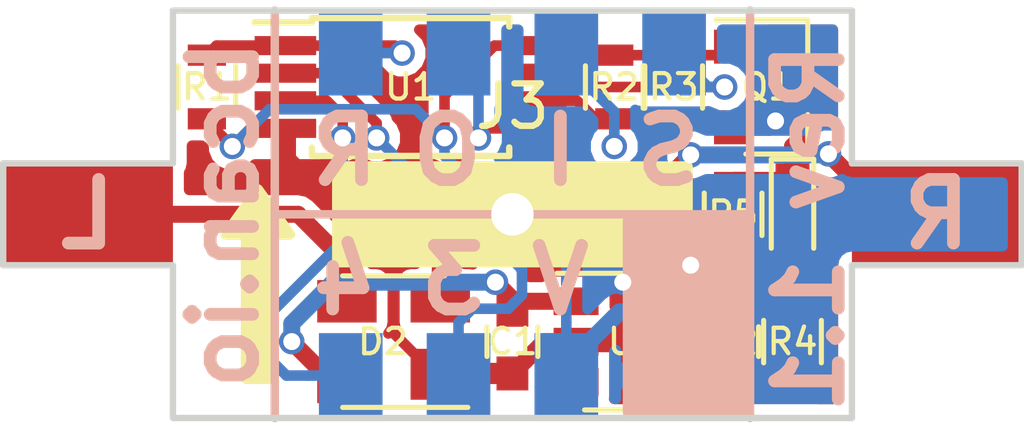
<source format=kicad_pcb>
(kicad_pcb (version 4) (host pcbnew 4.0.6)

  (general
    (links 30)
    (no_connects 0)
    (area 137.924999 100.124999 162.075001 109.875001)
    (thickness 0.8)
    (drawings 26)
    (tracks 146)
    (zones 0)
    (modules 15)
    (nets 17)
  )

  (page A4)
  (layers
    (0 F.Cu signal)
    (31 B.Cu signal)
    (32 B.Adhes user)
    (33 F.Adhes user)
    (34 B.Paste user)
    (35 F.Paste user)
    (36 B.SilkS user)
    (37 F.SilkS user)
    (38 B.Mask user)
    (39 F.Mask user)
    (40 Dwgs.User user)
    (41 Cmts.User user)
    (42 Eco1.User user)
    (43 Eco2.User user)
    (44 Edge.Cuts user)
    (45 Margin user)
    (46 B.CrtYd user)
    (47 F.CrtYd user)
    (48 B.Fab user hide)
    (49 F.Fab user hide)
  )

  (setup
    (last_trace_width 0.25)
    (trace_clearance 0.2)
    (zone_clearance 0.25)
    (zone_45_only yes)
    (trace_min 0.16)
    (segment_width 0.2)
    (edge_width 0.15)
    (via_size 0.6)
    (via_drill 0.4)
    (via_min_size 0.4)
    (via_min_drill 0.3)
    (uvia_size 0.3)
    (uvia_drill 0.1)
    (uvias_allowed no)
    (uvia_min_size 0.2)
    (uvia_min_drill 0.1)
    (pcb_text_width 0.3)
    (pcb_text_size 1.5 1.5)
    (mod_edge_width 0.15)
    (mod_text_size 1 1)
    (mod_text_width 0.15)
    (pad_size 3 2.4)
    (pad_drill 0)
    (pad_to_mask_clearance 0.2)
    (aux_axis_origin 0 0)
    (visible_elements FFFFFFFF)
    (pcbplotparams
      (layerselection 0x010f0_80000001)
      (usegerberextensions true)
      (excludeedgelayer true)
      (linewidth 0.100000)
      (plotframeref false)
      (viasonmask false)
      (mode 1)
      (useauxorigin false)
      (hpglpennumber 1)
      (hpglpenspeed 20)
      (hpglpendiameter 15)
      (hpglpenoverlay 2)
      (psnegative false)
      (psa4output false)
      (plotreference true)
      (plotvalue true)
      (plotinvisibletext false)
      (padsonsilk false)
      (subtractmaskfromsilk false)
      (outputformat 1)
      (mirror false)
      (drillshape 0)
      (scaleselection 1)
      (outputdirectory images))
  )

  (net 0 "")
  (net 1 GND)
  (net 2 +2V8)
  (net 3 "Net-(D1-Pad2)")
  (net 4 "Net-(D1-Pad1)")
  (net 5 "Net-(Q1-Pad1)")
  (net 6 /~RST)
  (net 7 /MISO)
  (net 8 /MOSI)
  (net 9 /SCK)
  (net 10 "Net-(U2-Pad3)")
  (net 11 "Net-(U2-Pad4)")
  (net 12 /PB3)
  (net 13 /PB4)
  (net 14 "Net-(C1-Pad1)")
  (net 15 "Net-(D2-Pad2)")
  (net 16 "Net-(D2-Pad3)")

  (net_class Default "This is the default net class."
    (clearance 0.2)
    (trace_width 0.25)
    (via_dia 0.6)
    (via_drill 0.4)
    (uvia_dia 0.3)
    (uvia_drill 0.1)
    (add_net +2V8)
    (add_net /MISO)
    (add_net /MOSI)
    (add_net /PB3)
    (add_net /PB4)
    (add_net /SCK)
    (add_net /~RST)
    (add_net "Net-(Q1-Pad1)")
    (add_net "Net-(U2-Pad3)")
    (add_net "Net-(U2-Pad4)")
  )

  (net_class Power ""
    (clearance 0.2)
    (trace_width 0.4)
    (via_dia 0.6)
    (via_drill 0.4)
    (uvia_dia 0.3)
    (uvia_drill 0.1)
    (add_net GND)
    (add_net "Net-(C1-Pad1)")
    (add_net "Net-(D1-Pad1)")
    (add_net "Net-(D1-Pad2)")
    (add_net "Net-(D2-Pad2)")
    (add_net "Net-(D2-Pad3)")
  )

  (net_class Tight ""
    (clearance 0.2)
    (trace_width 0.2)
    (via_dia 0.5)
    (via_drill 0.3)
    (uvia_dia 0.3)
    (uvia_drill 0.1)
  )

  (module Housings_SSOP:TSSOP-8_4.4x3mm_Pitch0.65mm (layer F.Cu) (tedit 58C5F0F1) (tstamp 58AB33C0)
    (at 147.6 102)
    (descr "8-Lead Plastic Thin Shrink Small Outline (ST)-4.4 mm Body [TSSOP] (see Microchip Packaging Specification 00000049BS.pdf)")
    (tags "SSOP 0.65")
    (path /58AB4E84)
    (attr smd)
    (fp_text reference U1 (at 0 0) (layer F.SilkS)
      (effects (font (size 0.6 0.6) (thickness 0.1)))
    )
    (fp_text value ATTINY45-20XUR (at 0 2.55) (layer F.Fab)
      (effects (font (size 1 1) (thickness 0.15)))
    )
    (fp_line (start -1.2 -1.5) (end 2.2 -1.5) (layer F.Fab) (width 0.15))
    (fp_line (start 2.2 -1.5) (end 2.2 1.5) (layer F.Fab) (width 0.15))
    (fp_line (start 2.2 1.5) (end -2.2 1.5) (layer F.Fab) (width 0.15))
    (fp_line (start -2.2 1.5) (end -2.2 -0.5) (layer F.Fab) (width 0.15))
    (fp_line (start -2.2 -0.5) (end -1.2 -1.5) (layer F.Fab) (width 0.15))
    (fp_line (start -3.95 -1.8) (end -3.95 1.8) (layer F.CrtYd) (width 0.05))
    (fp_line (start 3.95 -1.8) (end 3.95 1.8) (layer F.CrtYd) (width 0.05))
    (fp_line (start -3.95 -1.8) (end 3.95 -1.8) (layer F.CrtYd) (width 0.05))
    (fp_line (start -3.95 1.8) (end 3.95 1.8) (layer F.CrtYd) (width 0.05))
    (fp_line (start -2.325 -1.625) (end -2.325 -1.525) (layer F.SilkS) (width 0.15))
    (fp_line (start 2.325 -1.625) (end 2.325 -1.425) (layer F.SilkS) (width 0.15))
    (fp_line (start 2.325 1.625) (end 2.325 1.425) (layer F.SilkS) (width 0.15))
    (fp_line (start -2.325 1.625) (end -2.325 1.425) (layer F.SilkS) (width 0.15))
    (fp_line (start -2.325 -1.625) (end 2.325 -1.625) (layer F.SilkS) (width 0.15))
    (fp_line (start -2.325 1.625) (end 2.325 1.625) (layer F.SilkS) (width 0.15))
    (fp_line (start -2.325 -1.525) (end -3.675 -1.525) (layer F.SilkS) (width 0.15))
    (pad 1 smd rect (at -2.95 -0.975) (size 1.45 0.45) (layers F.Cu F.Paste F.Mask)
      (net 6 /~RST))
    (pad 2 smd rect (at -2.95 -0.325) (size 1.45 0.45) (layers F.Cu F.Paste F.Mask)
      (net 12 /PB3))
    (pad 3 smd rect (at -2.95 0.325) (size 1.45 0.45) (layers F.Cu F.Paste F.Mask)
      (net 13 /PB4))
    (pad 4 smd rect (at -2.95 0.975) (size 1.45 0.45) (layers F.Cu F.Paste F.Mask)
      (net 1 GND))
    (pad 5 smd rect (at 2.95 0.975) (size 1.45 0.45) (layers F.Cu F.Paste F.Mask)
      (net 8 /MOSI))
    (pad 6 smd rect (at 2.95 0.325) (size 1.45 0.45) (layers F.Cu F.Paste F.Mask)
      (net 7 /MISO))
    (pad 7 smd rect (at 2.95 -0.325) (size 1.45 0.45) (layers F.Cu F.Paste F.Mask)
      (net 9 /SCK))
    (pad 8 smd rect (at 2.95 -0.975) (size 1.45 0.45) (layers F.Cu F.Paste F.Mask)
      (net 2 +2V8))
    (model Housings_SSOP.3dshapes/TSSOP-8_4.4x3mm_Pitch0.65mm.wrl
      (at (xyz 0 0 0))
      (scale (xyz 1 1 1))
      (rotate (xyz 0 0 0))
    )
  )

  (module Resistors_SMD:R_0603 (layer F.Cu) (tedit 58C5EDE2) (tstamp 58C5DD79)
    (at 156.6 108 90)
    (descr "Resistor SMD 0603, reflow soldering, Vishay (see dcrcw.pdf)")
    (tags "resistor 0603")
    (path /5893E69D)
    (attr smd)
    (fp_text reference R4 (at 0 0 180) (layer F.SilkS)
      (effects (font (size 0.6 0.6) (thickness 0.1)))
    )
    (fp_text value 47 (at 0 1.5 90) (layer F.Fab)
      (effects (font (size 1 1) (thickness 0.15)))
    )
    (fp_text user %R (at 0 -1.45 90) (layer F.Fab)
      (effects (font (size 1 1) (thickness 0.15)))
    )
    (fp_line (start -0.8 0.4) (end -0.8 -0.4) (layer F.Fab) (width 0.1))
    (fp_line (start 0.8 0.4) (end -0.8 0.4) (layer F.Fab) (width 0.1))
    (fp_line (start 0.8 -0.4) (end 0.8 0.4) (layer F.Fab) (width 0.1))
    (fp_line (start -0.8 -0.4) (end 0.8 -0.4) (layer F.Fab) (width 0.1))
    (fp_line (start 0.5 0.68) (end -0.5 0.68) (layer F.SilkS) (width 0.12))
    (fp_line (start -0.5 -0.68) (end 0.5 -0.68) (layer F.SilkS) (width 0.12))
    (fp_line (start -1.25 -0.7) (end 1.25 -0.7) (layer F.CrtYd) (width 0.05))
    (fp_line (start -1.25 -0.7) (end -1.25 0.7) (layer F.CrtYd) (width 0.05))
    (fp_line (start 1.25 0.7) (end 1.25 -0.7) (layer F.CrtYd) (width 0.05))
    (fp_line (start 1.25 0.7) (end -1.25 0.7) (layer F.CrtYd) (width 0.05))
    (pad 1 smd rect (at -0.75 0 90) (size 0.5 0.9) (layers F.Cu F.Paste F.Mask)
      (net 2 +2V8))
    (pad 2 smd rect (at 0.75 0 90) (size 0.5 0.9) (layers F.Cu F.Paste F.Mask)
      (net 3 "Net-(D1-Pad2)"))
    (model Resistors_SMD.3dshapes/R_0603.wrl
      (at (xyz 0 0 0))
      (scale (xyz 1 1 1))
      (rotate (xyz 0 0 0))
    )
  )

  (module Capacitors_SMD:C_0603 (layer F.Cu) (tedit 58C5F026) (tstamp 58C5DD65)
    (at 155.2 108 270)
    (descr "Capacitor SMD 0603, reflow soldering, AVX (see smccp.pdf)")
    (tags "capacitor 0603")
    (path /58AB22F8)
    (attr smd)
    (fp_text reference C2 (at 0 0 540) (layer F.SilkS)
      (effects (font (size 0.6 0.6) (thickness 0.1)))
    )
    (fp_text value 22u (at 0 1.5 270) (layer F.Fab)
      (effects (font (size 1 1) (thickness 0.15)))
    )
    (fp_text user %R (at 0 -1.5 270) (layer F.Fab)
      (effects (font (size 1 1) (thickness 0.15)))
    )
    (fp_line (start -0.8 0.4) (end -0.8 -0.4) (layer F.Fab) (width 0.1))
    (fp_line (start 0.8 0.4) (end -0.8 0.4) (layer F.Fab) (width 0.1))
    (fp_line (start 0.8 -0.4) (end 0.8 0.4) (layer F.Fab) (width 0.1))
    (fp_line (start -0.8 -0.4) (end 0.8 -0.4) (layer F.Fab) (width 0.1))
    (fp_line (start -0.35 -0.6) (end 0.35 -0.6) (layer F.SilkS) (width 0.12))
    (fp_line (start 0.35 0.6) (end -0.35 0.6) (layer F.SilkS) (width 0.12))
    (fp_line (start -1.4 -0.65) (end 1.4 -0.65) (layer F.CrtYd) (width 0.05))
    (fp_line (start -1.4 -0.65) (end -1.4 0.65) (layer F.CrtYd) (width 0.05))
    (fp_line (start 1.4 0.65) (end 1.4 -0.65) (layer F.CrtYd) (width 0.05))
    (fp_line (start 1.4 0.65) (end -1.4 0.65) (layer F.CrtYd) (width 0.05))
    (pad 1 smd rect (at -0.75 0 270) (size 0.8 0.75) (layers F.Cu F.Paste F.Mask)
      (net 2 +2V8))
    (pad 2 smd rect (at 0.75 0 270) (size 0.8 0.75) (layers F.Cu F.Paste F.Mask)
      (net 1 GND))
    (model Capacitors_SMD.3dshapes/C_0603.wrl
      (at (xyz 0 0 0))
      (scale (xyz 1 1 1))
      (rotate (xyz 0 0 0))
    )
  )

  (module Resistors_SMD:R_0603 (layer F.Cu) (tedit 58C5EDDA) (tstamp 58C5DD7E)
    (at 155.2 105 90)
    (descr "Resistor SMD 0603, reflow soldering, Vishay (see dcrcw.pdf)")
    (tags "resistor 0603")
    (path /5893E362)
    (attr smd)
    (fp_text reference R5 (at 0 0 180) (layer F.SilkS)
      (effects (font (size 0.6 0.6) (thickness 0.1)))
    )
    (fp_text value R (at 0 1.5 90) (layer F.Fab)
      (effects (font (size 1 1) (thickness 0.15)))
    )
    (fp_text user %R (at 0 -1.45 90) (layer F.Fab)
      (effects (font (size 1 1) (thickness 0.15)))
    )
    (fp_line (start -0.8 0.4) (end -0.8 -0.4) (layer F.Fab) (width 0.1))
    (fp_line (start 0.8 0.4) (end -0.8 0.4) (layer F.Fab) (width 0.1))
    (fp_line (start 0.8 -0.4) (end 0.8 0.4) (layer F.Fab) (width 0.1))
    (fp_line (start -0.8 -0.4) (end 0.8 -0.4) (layer F.Fab) (width 0.1))
    (fp_line (start 0.5 0.68) (end -0.5 0.68) (layer F.SilkS) (width 0.12))
    (fp_line (start -0.5 -0.68) (end 0.5 -0.68) (layer F.SilkS) (width 0.12))
    (fp_line (start -1.25 -0.7) (end 1.25 -0.7) (layer F.CrtYd) (width 0.05))
    (fp_line (start -1.25 -0.7) (end -1.25 0.7) (layer F.CrtYd) (width 0.05))
    (fp_line (start 1.25 0.7) (end 1.25 -0.7) (layer F.CrtYd) (width 0.05))
    (fp_line (start 1.25 0.7) (end -1.25 0.7) (layer F.CrtYd) (width 0.05))
    (pad 1 smd rect (at -0.75 0 90) (size 0.5 0.9) (layers F.Cu F.Paste F.Mask)
      (net 3 "Net-(D1-Pad2)"))
    (pad 2 smd rect (at 0.75 0 90) (size 0.5 0.9) (layers F.Cu F.Paste F.Mask)
      (net 4 "Net-(D1-Pad1)"))
    (model Resistors_SMD.3dshapes/R_0603.wrl
      (at (xyz 0 0 0))
      (scale (xyz 1 1 1))
      (rotate (xyz 0 0 0))
    )
  )

  (module LEDs:LED_0603 (layer F.Cu) (tedit 58CB11E2) (tstamp 58AB3387)
    (at 156.6 105 270)
    (descr "LED 0603 smd package")
    (tags "LED led 0603 SMD smd SMT smt smdled SMDLED smtled SMTLED")
    (path /588C319B)
    (attr smd)
    (fp_text reference D1 (at 0 0 360) (layer F.SilkS) hide
      (effects (font (size 0.6 0.6) (thickness 0.1)))
    )
    (fp_text value IR (at 0 1.35 270) (layer F.Fab)
      (effects (font (size 1 1) (thickness 0.15)))
    )
    (fp_line (start -1.3 -0.5) (end -1.3 0.5) (layer F.SilkS) (width 0.12))
    (fp_line (start -0.2 -0.2) (end -0.2 0.2) (layer F.Fab) (width 0.1))
    (fp_line (start -0.15 0) (end 0.15 -0.2) (layer F.Fab) (width 0.1))
    (fp_line (start 0.15 0.2) (end -0.15 0) (layer F.Fab) (width 0.1))
    (fp_line (start 0.15 -0.2) (end 0.15 0.2) (layer F.Fab) (width 0.1))
    (fp_line (start 0.8 0.4) (end -0.8 0.4) (layer F.Fab) (width 0.1))
    (fp_line (start 0.8 -0.4) (end 0.8 0.4) (layer F.Fab) (width 0.1))
    (fp_line (start -0.8 -0.4) (end 0.8 -0.4) (layer F.Fab) (width 0.1))
    (fp_line (start -0.8 0.4) (end -0.8 -0.4) (layer F.Fab) (width 0.1))
    (fp_line (start -1.3 0.5) (end 0.8 0.5) (layer F.SilkS) (width 0.12))
    (fp_line (start -1.3 -0.5) (end 0.8 -0.5) (layer F.SilkS) (width 0.12))
    (fp_line (start 1.45 -0.65) (end 1.45 0.65) (layer F.CrtYd) (width 0.05))
    (fp_line (start 1.45 0.65) (end -1.45 0.65) (layer F.CrtYd) (width 0.05))
    (fp_line (start -1.45 0.65) (end -1.45 -0.65) (layer F.CrtYd) (width 0.05))
    (fp_line (start -1.45 -0.65) (end 1.45 -0.65) (layer F.CrtYd) (width 0.05))
    (pad 2 smd rect (at 0.8 0 90) (size 0.8 0.8) (layers F.Cu F.Paste F.Mask)
      (net 3 "Net-(D1-Pad2)"))
    (pad 1 smd rect (at -0.8 0 90) (size 0.8 0.8) (layers F.Cu F.Paste F.Mask)
      (net 4 "Net-(D1-Pad1)"))
    (model LEDs.3dshapes/LED_0603.wrl
      (at (xyz 0 0 0))
      (scale (xyz 1 1 1))
      (rotate (xyz 0 0 180))
    )
  )

  (module TO_SOT_Packages_SMD:SOT-143 (layer F.Cu) (tedit 58C5E6EC) (tstamp 58AB338F)
    (at 147.2 108 180)
    (descr SOT-143)
    (tags SOT-143)
    (path /58916D19)
    (attr smd)
    (fp_text reference D2 (at 0.25 0 180) (layer F.SilkS)
      (effects (font (size 0.6 0.6) (thickness 0.1)))
    )
    (fp_text value Rectifier (at -0.28 2.48 180) (layer F.Fab)
      (effects (font (size 1 1) (thickness 0.15)))
    )
    (fp_line (start -1.2 1.55) (end 1.2 1.55) (layer F.SilkS) (width 0.12))
    (fp_line (start 1.2 -1.55) (end -1.75 -1.55) (layer F.SilkS) (width 0.12))
    (fp_line (start -1.2 -1) (end -0.7 -1.5) (layer F.Fab) (width 0.1))
    (fp_line (start -0.7 -1.5) (end 1.2 -1.5) (layer F.Fab) (width 0.1))
    (fp_line (start -1.2 1.5) (end -1.2 -1) (layer F.Fab) (width 0.1))
    (fp_line (start 1.2 1.5) (end -1.2 1.5) (layer F.Fab) (width 0.1))
    (fp_line (start 1.2 -1.5) (end 1.2 1.5) (layer F.Fab) (width 0.1))
    (fp_line (start 2.05 -1.75) (end 2.05 1.75) (layer F.CrtYd) (width 0.05))
    (fp_line (start 2.05 -1.75) (end -2.05 -1.75) (layer F.CrtYd) (width 0.05))
    (fp_line (start -2.05 1.75) (end 2.05 1.75) (layer F.CrtYd) (width 0.05))
    (fp_line (start -2.05 1.75) (end -2.05 -1.75) (layer F.CrtYd) (width 0.05))
    (pad 1 smd rect (at -1.1 -0.77 90) (size 1.2 1.4) (layers F.Cu F.Paste F.Mask)
      (net 1 GND))
    (pad 2 smd rect (at -1.1 0.95 90) (size 1 1.4) (layers F.Cu F.Paste F.Mask)
      (net 15 "Net-(D2-Pad2)"))
    (pad 3 smd rect (at 1.1 0.95 90) (size 1 1.4) (layers F.Cu F.Paste F.Mask)
      (net 16 "Net-(D2-Pad3)"))
    (pad 4 smd rect (at 1.1 -0.95 90) (size 1 1.4) (layers F.Cu F.Paste F.Mask)
      (net 14 "Net-(C1-Pad1)"))
    (model TO_SOT_Packages_SMD.3dshapes/SOT-143.wrl
      (at (xyz 0 -0 0))
      (scale (xyz 1 1 1))
      (rotate (xyz 0 0 90))
    )
  )

  (module TO_SOT_Packages_SMD:SOT-23 (layer F.Cu) (tedit 58C5EDAD) (tstamp 58AB3396)
    (at 156.2 102)
    (descr "SOT-23, Standard")
    (tags SOT-23)
    (path /589435EC)
    (attr smd)
    (fp_text reference Q1 (at -0.2 0 180) (layer F.SilkS)
      (effects (font (size 0.6 0.6) (thickness 0.1)))
    )
    (fp_text value Q_NMOS_GSD (at 0 2.5) (layer F.Fab)
      (effects (font (size 1 1) (thickness 0.15)))
    )
    (fp_line (start -0.7 -0.95) (end -0.7 1.5) (layer F.Fab) (width 0.1))
    (fp_line (start -0.15 -1.52) (end 0.7 -1.52) (layer F.Fab) (width 0.1))
    (fp_line (start -0.7 -0.95) (end -0.15 -1.52) (layer F.Fab) (width 0.1))
    (fp_line (start 0.7 -1.52) (end 0.7 1.52) (layer F.Fab) (width 0.1))
    (fp_line (start -0.7 1.52) (end 0.7 1.52) (layer F.Fab) (width 0.1))
    (fp_line (start 0.76 1.58) (end 0.76 0.65) (layer F.SilkS) (width 0.12))
    (fp_line (start 0.76 -1.58) (end 0.76 -0.65) (layer F.SilkS) (width 0.12))
    (fp_line (start -1.7 -1.75) (end 1.7 -1.75) (layer F.CrtYd) (width 0.05))
    (fp_line (start 1.7 -1.75) (end 1.7 1.75) (layer F.CrtYd) (width 0.05))
    (fp_line (start 1.7 1.75) (end -1.7 1.75) (layer F.CrtYd) (width 0.05))
    (fp_line (start -1.7 1.75) (end -1.7 -1.75) (layer F.CrtYd) (width 0.05))
    (fp_line (start 0.76 -1.58) (end -1.4 -1.58) (layer F.SilkS) (width 0.12))
    (fp_line (start 0.76 1.58) (end -0.7 1.58) (layer F.SilkS) (width 0.12))
    (pad 1 smd rect (at -1 -0.95) (size 0.9 0.8) (layers F.Cu F.Paste F.Mask)
      (net 5 "Net-(Q1-Pad1)"))
    (pad 2 smd rect (at -1 0.95) (size 0.9 0.8) (layers F.Cu F.Paste F.Mask)
      (net 1 GND))
    (pad 3 smd rect (at 1 0) (size 0.9 0.8) (layers F.Cu F.Paste F.Mask)
      (net 4 "Net-(D1-Pad1)"))
    (model TO_SOT_Packages_SMD.3dshapes/SOT-23.wrl
      (at (xyz 0 0 0))
      (scale (xyz 1 1 1))
      (rotate (xyz 0 0 90))
    )
  )

  (module TO_SOT_Packages_SMD:SOT-23-5 (layer F.Cu) (tedit 58C5E67A) (tstamp 58AB33C9)
    (at 152.6 108)
    (descr "5-pin SOT23 package")
    (tags SOT-23-5)
    (path /58AB0B0D)
    (attr smd)
    (fp_text reference U2 (at 0.25 0) (layer F.SilkS)
      (effects (font (size 0.6 0.6) (thickness 0.1)))
    )
    (fp_text value TPS70928DBV (at 0 2.9) (layer F.Fab)
      (effects (font (size 1 1) (thickness 0.15)))
    )
    (fp_line (start -0.9 1.61) (end 0.9 1.61) (layer F.SilkS) (width 0.12))
    (fp_line (start 0.9 -1.61) (end -1.55 -1.61) (layer F.SilkS) (width 0.12))
    (fp_line (start -1.9 -1.8) (end 1.9 -1.8) (layer F.CrtYd) (width 0.05))
    (fp_line (start 1.9 -1.8) (end 1.9 1.8) (layer F.CrtYd) (width 0.05))
    (fp_line (start 1.9 1.8) (end -1.9 1.8) (layer F.CrtYd) (width 0.05))
    (fp_line (start -1.9 1.8) (end -1.9 -1.8) (layer F.CrtYd) (width 0.05))
    (fp_line (start -0.9 -0.9) (end -0.25 -1.55) (layer F.Fab) (width 0.1))
    (fp_line (start 0.9 -1.55) (end -0.25 -1.55) (layer F.Fab) (width 0.1))
    (fp_line (start -0.9 -0.9) (end -0.9 1.55) (layer F.Fab) (width 0.1))
    (fp_line (start 0.9 1.55) (end -0.9 1.55) (layer F.Fab) (width 0.1))
    (fp_line (start 0.9 -1.55) (end 0.9 1.55) (layer F.Fab) (width 0.1))
    (pad 1 smd rect (at -1.1 -0.95) (size 1.06 0.65) (layers F.Cu F.Paste F.Mask)
      (net 14 "Net-(C1-Pad1)"))
    (pad 2 smd rect (at -1.1 0) (size 1.06 0.65) (layers F.Cu F.Paste F.Mask)
      (net 1 GND))
    (pad 3 smd rect (at -1.1 0.95) (size 1.06 0.65) (layers F.Cu F.Paste F.Mask)
      (net 10 "Net-(U2-Pad3)"))
    (pad 4 smd rect (at 1.1 0.95) (size 1.06 0.65) (layers F.Cu F.Paste F.Mask)
      (net 11 "Net-(U2-Pad4)"))
    (pad 5 smd rect (at 1.1 -0.95) (size 1.06 0.65) (layers F.Cu F.Paste F.Mask)
      (net 2 +2V8))
    (model TO_SOT_Packages_SMD.3dshapes/SOT-23-5.wrl
      (at (xyz 0 0 0))
      (scale (xyz 1 1 1))
      (rotate (xyz 0 0 0))
    )
  )

  (module Capacitors_SMD:C_0603 (layer F.Cu) (tedit 58C5F03D) (tstamp 58C5DD60)
    (at 150 108 270)
    (descr "Capacitor SMD 0603, reflow soldering, AVX (see smccp.pdf)")
    (tags "capacitor 0603")
    (path /5893B026)
    (attr smd)
    (fp_text reference C1 (at 0 0 540) (layer F.SilkS)
      (effects (font (size 0.6 0.6) (thickness 0.1)))
    )
    (fp_text value 1u (at 0 1.5 270) (layer F.Fab)
      (effects (font (size 1 1) (thickness 0.15)))
    )
    (fp_text user %R (at 0 -1.5 270) (layer F.Fab)
      (effects (font (size 1 1) (thickness 0.15)))
    )
    (fp_line (start -0.8 0.4) (end -0.8 -0.4) (layer F.Fab) (width 0.1))
    (fp_line (start 0.8 0.4) (end -0.8 0.4) (layer F.Fab) (width 0.1))
    (fp_line (start 0.8 -0.4) (end 0.8 0.4) (layer F.Fab) (width 0.1))
    (fp_line (start -0.8 -0.4) (end 0.8 -0.4) (layer F.Fab) (width 0.1))
    (fp_line (start -0.35 -0.6) (end 0.35 -0.6) (layer F.SilkS) (width 0.12))
    (fp_line (start 0.35 0.6) (end -0.35 0.6) (layer F.SilkS) (width 0.12))
    (fp_line (start -1.4 -0.65) (end 1.4 -0.65) (layer F.CrtYd) (width 0.05))
    (fp_line (start -1.4 -0.65) (end -1.4 0.65) (layer F.CrtYd) (width 0.05))
    (fp_line (start 1.4 0.65) (end 1.4 -0.65) (layer F.CrtYd) (width 0.05))
    (fp_line (start 1.4 0.65) (end -1.4 0.65) (layer F.CrtYd) (width 0.05))
    (pad 1 smd rect (at -0.75 0 270) (size 0.8 0.75) (layers F.Cu F.Paste F.Mask)
      (net 14 "Net-(C1-Pad1)"))
    (pad 2 smd rect (at 0.75 0 270) (size 0.8 0.75) (layers F.Cu F.Paste F.Mask)
      (net 1 GND))
    (model Capacitors_SMD.3dshapes/C_0603.wrl
      (at (xyz 0 0 0))
      (scale (xyz 1 1 1))
      (rotate (xyz 0 0 0))
    )
  )

  (module Resistors_SMD:R_0603 (layer F.Cu) (tedit 58C5EEAF) (tstamp 58C5DD6A)
    (at 142.8 102 90)
    (descr "Resistor SMD 0603, reflow soldering, Vishay (see dcrcw.pdf)")
    (tags "resistor 0603")
    (path /589439F2)
    (attr smd)
    (fp_text reference R1 (at 0 0 360) (layer F.SilkS)
      (effects (font (size 0.6 0.6) (thickness 0.1)))
    )
    (fp_text value 10k (at 0 1.5 90) (layer F.Fab)
      (effects (font (size 1 1) (thickness 0.15)))
    )
    (fp_text user %R (at 0 -1.45 90) (layer F.Fab)
      (effects (font (size 1 1) (thickness 0.15)))
    )
    (fp_line (start -0.8 0.4) (end -0.8 -0.4) (layer F.Fab) (width 0.1))
    (fp_line (start 0.8 0.4) (end -0.8 0.4) (layer F.Fab) (width 0.1))
    (fp_line (start 0.8 -0.4) (end 0.8 0.4) (layer F.Fab) (width 0.1))
    (fp_line (start -0.8 -0.4) (end 0.8 -0.4) (layer F.Fab) (width 0.1))
    (fp_line (start 0.5 0.68) (end -0.5 0.68) (layer F.SilkS) (width 0.12))
    (fp_line (start -0.5 -0.68) (end 0.5 -0.68) (layer F.SilkS) (width 0.12))
    (fp_line (start -1.25 -0.7) (end 1.25 -0.7) (layer F.CrtYd) (width 0.05))
    (fp_line (start -1.25 -0.7) (end -1.25 0.7) (layer F.CrtYd) (width 0.05))
    (fp_line (start 1.25 0.7) (end 1.25 -0.7) (layer F.CrtYd) (width 0.05))
    (fp_line (start 1.25 0.7) (end -1.25 0.7) (layer F.CrtYd) (width 0.05))
    (pad 1 smd rect (at -0.75 0 90) (size 0.5 0.9) (layers F.Cu F.Paste F.Mask)
      (net 2 +2V8))
    (pad 2 smd rect (at 0.75 0 90) (size 0.5 0.9) (layers F.Cu F.Paste F.Mask)
      (net 6 /~RST))
    (model Resistors_SMD.3dshapes/R_0603.wrl
      (at (xyz 0 0 0))
      (scale (xyz 1 1 1))
      (rotate (xyz 0 0 0))
    )
  )

  (module Resistors_SMD:R_0603 (layer F.Cu) (tedit 58C5EE36) (tstamp 58C5DD6F)
    (at 152.4 102 90)
    (descr "Resistor SMD 0603, reflow soldering, Vishay (see dcrcw.pdf)")
    (tags "resistor 0603")
    (path /5893DB94)
    (attr smd)
    (fp_text reference R2 (at 0 0 180) (layer F.SilkS)
      (effects (font (size 0.6 0.6) (thickness 0.1)))
    )
    (fp_text value 100 (at 0 1.5 90) (layer F.Fab)
      (effects (font (size 1 1) (thickness 0.15)))
    )
    (fp_text user %R (at 0 -1.45 90) (layer F.Fab)
      (effects (font (size 1 1) (thickness 0.15)))
    )
    (fp_line (start -0.8 0.4) (end -0.8 -0.4) (layer F.Fab) (width 0.1))
    (fp_line (start 0.8 0.4) (end -0.8 0.4) (layer F.Fab) (width 0.1))
    (fp_line (start 0.8 -0.4) (end 0.8 0.4) (layer F.Fab) (width 0.1))
    (fp_line (start -0.8 -0.4) (end 0.8 -0.4) (layer F.Fab) (width 0.1))
    (fp_line (start 0.5 0.68) (end -0.5 0.68) (layer F.SilkS) (width 0.12))
    (fp_line (start -0.5 -0.68) (end 0.5 -0.68) (layer F.SilkS) (width 0.12))
    (fp_line (start -1.25 -0.7) (end 1.25 -0.7) (layer F.CrtYd) (width 0.05))
    (fp_line (start -1.25 -0.7) (end -1.25 0.7) (layer F.CrtYd) (width 0.05))
    (fp_line (start 1.25 0.7) (end 1.25 -0.7) (layer F.CrtYd) (width 0.05))
    (fp_line (start 1.25 0.7) (end -1.25 0.7) (layer F.CrtYd) (width 0.05))
    (pad 1 smd rect (at -0.75 0 90) (size 0.5 0.9) (layers F.Cu F.Paste F.Mask)
      (net 7 /MISO))
    (pad 2 smd rect (at 0.75 0 90) (size 0.5 0.9) (layers F.Cu F.Paste F.Mask)
      (net 5 "Net-(Q1-Pad1)"))
    (model Resistors_SMD.3dshapes/R_0603.wrl
      (at (xyz 0 0 0))
      (scale (xyz 1 1 1))
      (rotate (xyz 0 0 0))
    )
  )

  (module Resistors_SMD:R_0603 (layer F.Cu) (tedit 58C5EE3C) (tstamp 58C5DD74)
    (at 153.8 102 270)
    (descr "Resistor SMD 0603, reflow soldering, Vishay (see dcrcw.pdf)")
    (tags "resistor 0603")
    (path /58AA1AD8)
    (attr smd)
    (fp_text reference R3 (at 0 0 360) (layer F.SilkS)
      (effects (font (size 0.6 0.6) (thickness 0.1)))
    )
    (fp_text value 10k (at 0 1.5 270) (layer F.Fab)
      (effects (font (size 1 1) (thickness 0.15)))
    )
    (fp_text user %R (at 0 -1.45 270) (layer F.Fab)
      (effects (font (size 1 1) (thickness 0.15)))
    )
    (fp_line (start -0.8 0.4) (end -0.8 -0.4) (layer F.Fab) (width 0.1))
    (fp_line (start 0.8 0.4) (end -0.8 0.4) (layer F.Fab) (width 0.1))
    (fp_line (start 0.8 -0.4) (end 0.8 0.4) (layer F.Fab) (width 0.1))
    (fp_line (start -0.8 -0.4) (end 0.8 -0.4) (layer F.Fab) (width 0.1))
    (fp_line (start 0.5 0.68) (end -0.5 0.68) (layer F.SilkS) (width 0.12))
    (fp_line (start -0.5 -0.68) (end 0.5 -0.68) (layer F.SilkS) (width 0.12))
    (fp_line (start -1.25 -0.7) (end 1.25 -0.7) (layer F.CrtYd) (width 0.05))
    (fp_line (start -1.25 -0.7) (end -1.25 0.7) (layer F.CrtYd) (width 0.05))
    (fp_line (start 1.25 0.7) (end 1.25 -0.7) (layer F.CrtYd) (width 0.05))
    (fp_line (start 1.25 0.7) (end -1.25 0.7) (layer F.CrtYd) (width 0.05))
    (pad 1 smd rect (at -0.75 0 270) (size 0.5 0.9) (layers F.Cu F.Paste F.Mask)
      (net 5 "Net-(Q1-Pad1)"))
    (pad 2 smd rect (at 0.75 0 270) (size 0.5 0.9) (layers F.Cu F.Paste F.Mask)
      (net 1 GND))
    (model Resistors_SMD.3dshapes/R_0603.wrl
      (at (xyz 0 0 0))
      (scale (xyz 1 1 1))
      (rotate (xyz 0 0 0))
    )
  )

  (module bcan:Edge_Connector_1x04_Pitch2.54mm_SMD (layer B.Cu) (tedit 58CB2CF4) (tstamp 58CB2934)
    (at 150 100.2 90)
    (path /58CB22C8)
    (fp_text reference J1 (at -1 5.5 90) (layer B.SilkS) hide
      (effects (font (size 1 1) (thickness 0.15)) (justify mirror))
    )
    (fp_text value CONN_01X04 (at -1 -5.5 90) (layer B.Fab)
      (effects (font (size 1 1) (thickness 0.15)) (justify mirror))
    )
    (pad 1 smd rect (at -1 3.81 90) (size 2 1.5) (layers B.Cu B.Mask)
      (net 9 /SCK))
    (pad 2 smd rect (at -1 1.27 90) (size 2 1.5) (layers B.Cu B.Mask)
      (net 7 /MISO))
    (pad 3 smd rect (at -1 -1.27 90) (size 2 1.5) (layers B.Cu B.Mask)
      (net 8 /MOSI))
    (pad 4 smd rect (at -1 -3.81 90) (size 2 1.5) (layers B.Cu B.Mask)
      (net 6 /~RST))
  )

  (module bcan:Edge_Connector_1x04_Pitch2.54mm_SMD (layer B.Cu) (tedit 58CB2CF8) (tstamp 58CB293C)
    (at 150 109.8 270)
    (path /58CB236F)
    (fp_text reference J2 (at -1 5.5 270) (layer B.SilkS) hide
      (effects (font (size 1 1) (thickness 0.15)) (justify mirror))
    )
    (fp_text value CONN_01X04 (at -1 -5.5 270) (layer B.Fab)
      (effects (font (size 1 1) (thickness 0.15)) (justify mirror))
    )
    (pad 1 smd rect (at -1 3.81 270) (size 2 1.5) (layers B.Cu B.Mask)
      (net 13 /PB4))
    (pad 2 smd rect (at -1 1.27 270) (size 2 1.5) (layers B.Cu B.Mask)
      (net 12 /PB3))
    (pad 3 smd rect (at -1 -1.27 270) (size 2 1.5) (layers B.Cu B.Mask)
      (net 2 +2V8))
    (pad 4 smd rect (at -1 -3.81 270) (size 2 1.5) (layers B.Cu B.Mask)
      (net 1 GND))
  )

  (module bcan:HO_Rail_2_Length2.4mm_Width4mm (layer F.Cu) (tedit 58CB8396) (tstamp 58CB8450)
    (at 150 105)
    (path /58C5B8EB)
    (fp_text reference J3 (at 0 -2.54) (layer F.SilkS)
      (effects (font (size 1 1) (thickness 0.15)))
    )
    (fp_text value Rails (at 0 2.54) (layer F.Fab)
      (effects (font (size 1 1) (thickness 0.15)))
    )
    (pad 1 smd rect (at -10 0) (size 4 2.4) (layers F.Cu F.Mask)
      (net 16 "Net-(D2-Pad3)"))
    (pad 2 smd rect (at 10 0) (size 4 2.4) (layers F.Cu F.Mask)
      (net 15 "Net-(D2-Pad2)"))
    (pad "" np_thru_hole circle (at 0 0) (size 1 1) (drill 1) (layers *.Cu *.Mask))
  )

  (gr_text bcan.io (at 143.2 105 90) (layer B.SilkS)
    (effects (font (size 1.5 1.5) (thickness 0.3)) (justify mirror))
  )
  (gr_line (start 144.4 109.8) (end 144.4 100.2) (layer B.SilkS) (width 0.2))
  (gr_line (start 155.6 105) (end 144.4 105) (layer B.SilkS) (width 0.2))
  (gr_line (start 155.6 100.2) (end 155.6 109.8) (layer B.SilkS) (width 0.2))
  (gr_text R (at 160 105) (layer B.SilkS)
    (effects (font (size 1.5 1.5) (thickness 0.3)) (justify mirror))
  )
  (gr_text L (at 140 105) (layer B.SilkS)
    (effects (font (size 1.5 1.5) (thickness 0.3)) (justify mirror))
  )
  (gr_text "Rev 1.1" (at 157 100.8 90) (layer B.SilkS)
    (effects (font (size 1.5 1.5) (thickness 0.3)) (justify left mirror))
  )
  (gr_text R (at 146.05 103.505) (layer B.SilkS)
    (effects (font (size 1.5 1.5) (thickness 0.3)) (justify mirror))
  )
  (gr_text O (at 148.463 103.505) (layer B.SilkS)
    (effects (font (size 1.5 1.5) (thickness 0.3)) (justify mirror))
  )
  (gr_text I (at 151.13 103.505) (layer B.SilkS)
    (effects (font (size 1.5 1.5) (thickness 0.3)) (justify mirror))
  )
  (gr_text S (at 153.67 103.505) (layer B.SilkS)
    (effects (font (size 1.5 1.5) (thickness 0.3)) (justify mirror))
  )
  (gr_text V (at 151.13 106.553) (layer B.SilkS)
    (effects (font (size 1.5 1.5) (thickness 0.3)) (justify mirror))
  )
  (gr_text 4 (at 146.05 106.553) (layer B.SilkS)
    (effects (font (size 1.5 1.5) (thickness 0.3)) (justify mirror))
  )
  (gr_text 3 (at 148.59 106.553) (layer B.SilkS)
    (effects (font (size 1.5 1.5) (thickness 0.3)) (justify mirror))
  )
  (gr_line (start 142 103.8) (end 142 100.2) (layer Edge.Cuts) (width 0.15))
  (gr_line (start 138 103.8) (end 142 103.8) (layer Edge.Cuts) (width 0.15))
  (gr_line (start 138 106.2) (end 138 103.8) (layer Edge.Cuts) (width 0.15))
  (gr_line (start 142 106.2) (end 138 106.2) (layer Edge.Cuts) (width 0.15))
  (gr_line (start 142 109.8) (end 142 106.2) (layer Edge.Cuts) (width 0.15))
  (gr_line (start 158 106.2) (end 158 109.8) (layer Edge.Cuts) (width 0.15))
  (gr_line (start 162 106.2) (end 158 106.2) (layer Edge.Cuts) (width 0.15))
  (gr_line (start 162 103.8) (end 162 106.2) (layer Edge.Cuts) (width 0.15))
  (gr_line (start 158 103.8) (end 162 103.8) (layer Edge.Cuts) (width 0.15))
  (gr_line (start 158 100.2) (end 158 103.8) (layer Edge.Cuts) (width 0.15))
  (gr_line (start 158 109.8) (end 142 109.8) (layer Edge.Cuts) (width 0.15))
  (gr_line (start 142 100.2) (end 158 100.2) (layer Edge.Cuts) (width 0.15))

  (segment (start 152.6 106.6) (end 152.6 105.4) (width 0.4) (layer B.Cu) (net 1))
  (segment (start 152.6 105.4) (end 152.6 104.2) (width 0.4) (layer B.Cu) (net 1))
  (segment (start 153.81 108.8) (end 153.81 108.55) (width 0.4) (layer B.Cu) (net 1))
  (segment (start 153.81 108.55) (end 154.900019 107.459981) (width 0.4) (layer B.Cu) (net 1))
  (segment (start 154.900019 107.459981) (end 154.900019 105.863999) (width 0.4) (layer B.Cu) (net 1))
  (segment (start 154.900019 105.863999) (end 154.43602 105.4) (width 0.4) (layer B.Cu) (net 1))
  (segment (start 154.43602 105.4) (end 152.6 105.4) (width 0.4) (layer B.Cu) (net 1))
  (segment (start 144.65 102.975) (end 144.65 103.814998) (width 0.25) (layer F.Cu) (net 1))
  (segment (start 144.65 103.814998) (end 147.2 106.364998) (width 0.25) (layer F.Cu) (net 1))
  (segment (start 147.2 106.364998) (end 147.2 107.8) (width 0.25) (layer F.Cu) (net 1))
  (segment (start 148.3 108.77) (end 148.17 108.77) (width 0.25) (layer F.Cu) (net 1))
  (segment (start 148.17 108.77) (end 147.2 107.8) (width 0.25) (layer F.Cu) (net 1))
  (segment (start 156.2 102.8) (end 154 102.8) (width 0.4) (layer B.Cu) (net 1))
  (segment (start 154 102.8) (end 152.6 104.2) (width 0.4) (layer B.Cu) (net 1))
  (segment (start 155.2 102.95) (end 156.05 102.95) (width 0.4) (layer F.Cu) (net 1))
  (via (at 156.2 102.8) (size 0.6) (drill 0.4) (layers F.Cu B.Cu) (net 1))
  (segment (start 156.05 102.95) (end 156.2 102.8) (width 0.4) (layer F.Cu) (net 1))
  (segment (start 155.2 102.95) (end 155.25 102.95) (width 0.4) (layer F.Cu) (net 1))
  (segment (start 152.6 108) (end 152.6 106.6) (width 0.4) (layer F.Cu) (net 1))
  (via (at 152.6 106.6) (size 0.6) (drill 0.4) (layers F.Cu B.Cu) (net 1))
  (segment (start 150 108.75) (end 148.32 108.75) (width 0.4) (layer F.Cu) (net 1))
  (segment (start 148.32 108.75) (end 148.3 108.77) (width 0.4) (layer F.Cu) (net 1))
  (segment (start 151.5 108) (end 150.75 108) (width 0.4) (layer F.Cu) (net 1))
  (segment (start 150.75 108) (end 150 108.75) (width 0.4) (layer F.Cu) (net 1))
  (segment (start 151.5 108) (end 152.6 108) (width 0.4) (layer F.Cu) (net 1))
  (segment (start 152.6 108) (end 154.45 108) (width 0.4) (layer F.Cu) (net 1))
  (segment (start 154.45 108) (end 155.2 108.75) (width 0.4) (layer F.Cu) (net 1))
  (segment (start 153.8 102.75) (end 155 102.75) (width 0.4) (layer F.Cu) (net 1))
  (segment (start 155 102.75) (end 155.2 102.95) (width 0.4) (layer F.Cu) (net 1))
  (segment (start 143.4 103.4) (end 144.274999 102.525001) (width 0.25) (layer B.Cu) (net 2))
  (segment (start 144.274999 102.525001) (end 147.725001 102.525001) (width 0.25) (layer B.Cu) (net 2))
  (segment (start 147.725001 102.525001) (end 148.100001 102.900001) (width 0.25) (layer B.Cu) (net 2))
  (segment (start 148.100001 102.900001) (end 148.4 103.2) (width 0.25) (layer B.Cu) (net 2))
  (segment (start 142.8 102.75) (end 142.8 102.8) (width 0.25) (layer F.Cu) (net 2))
  (segment (start 142.8 102.8) (end 143.4 103.4) (width 0.25) (layer F.Cu) (net 2))
  (via (at 143.4 103.4) (size 0.6) (drill 0.4) (layers F.Cu B.Cu) (net 2))
  (segment (start 148.4 103.2) (end 148.4 103.624264) (width 0.25) (layer B.Cu) (net 2))
  (segment (start 148.4 103.624264) (end 148.950735 104.174999) (width 0.25) (layer B.Cu) (net 2))
  (segment (start 148.950735 104.174999) (end 150.396001 104.174999) (width 0.25) (layer B.Cu) (net 2))
  (segment (start 148.4 102.2) (end 148.4 103.2) (width 0.25) (layer F.Cu) (net 2))
  (via (at 148.4 103.2) (size 0.6) (drill 0.4) (layers F.Cu B.Cu) (net 2))
  (segment (start 150.396001 104.174999) (end 151.27 105.048998) (width 0.25) (layer B.Cu) (net 2))
  (segment (start 151.27 105.048998) (end 151.27 107.55) (width 0.25) (layer B.Cu) (net 2))
  (segment (start 151.27 107.55) (end 151.27 108.8) (width 0.25) (layer B.Cu) (net 2))
  (segment (start 150.55 101.025) (end 149.575 101.025) (width 0.25) (layer F.Cu) (net 2))
  (segment (start 149.575 101.025) (end 148.4 102.2) (width 0.25) (layer F.Cu) (net 2))
  (segment (start 154.200018 106.2) (end 153.100017 107.300001) (width 0.4) (layer B.Cu) (net 2))
  (segment (start 153.100017 107.300001) (end 152.519999 107.300001) (width 0.4) (layer B.Cu) (net 2))
  (segment (start 152.519999 107.300001) (end 151.27 108.55) (width 0.4) (layer B.Cu) (net 2))
  (segment (start 151.27 108.55) (end 151.27 108.8) (width 0.4) (layer B.Cu) (net 2))
  (segment (start 153.7 107.05) (end 153.7 106.700018) (width 0.4) (layer F.Cu) (net 2))
  (segment (start 153.7 106.700018) (end 154.200018 106.2) (width 0.4) (layer F.Cu) (net 2))
  (via (at 154.200018 106.2) (size 0.6) (drill 0.4) (layers F.Cu B.Cu) (net 2))
  (segment (start 153.7 107.05) (end 155 107.05) (width 0.4) (layer F.Cu) (net 2))
  (segment (start 155 107.05) (end 155.2 107.25) (width 0.4) (layer F.Cu) (net 2))
  (segment (start 155.2 107.25) (end 155.2 107.35) (width 0.4) (layer F.Cu) (net 2))
  (segment (start 155.2 107.35) (end 156.6 108.75) (width 0.4) (layer F.Cu) (net 2))
  (segment (start 156.6 105.8) (end 156.6 107.25) (width 0.4) (layer F.Cu) (net 3))
  (segment (start 156.6 105.8) (end 155.25 105.8) (width 0.4) (layer F.Cu) (net 3))
  (segment (start 155.25 105.8) (end 155.2 105.75) (width 0.4) (layer F.Cu) (net 3))
  (segment (start 157.2 102) (end 157.2 102.8) (width 0.4) (layer F.Cu) (net 4))
  (segment (start 157.2 102.8) (end 156.6 103.4) (width 0.4) (layer F.Cu) (net 4))
  (segment (start 156.6 103.4) (end 156.6 104.2) (width 0.4) (layer F.Cu) (net 4))
  (segment (start 156.6 104.2) (end 155.25 104.2) (width 0.4) (layer F.Cu) (net 4))
  (segment (start 155.25 104.2) (end 155.2 104.25) (width 0.4) (layer F.Cu) (net 4))
  (segment (start 153.8 101.25) (end 155 101.25) (width 0.25) (layer F.Cu) (net 5))
  (segment (start 152.4 101.25) (end 153.8 101.25) (width 0.25) (layer F.Cu) (net 5))
  (segment (start 155 101.25) (end 155.2 101.05) (width 0.25) (layer F.Cu) (net 5))
  (segment (start 147.4 101.2) (end 146.19 101.2) (width 0.25) (layer B.Cu) (net 6))
  (segment (start 144.65 101.025) (end 147.225 101.025) (width 0.25) (layer F.Cu) (net 6))
  (segment (start 147.225 101.025) (end 147.4 101.2) (width 0.25) (layer F.Cu) (net 6))
  (via (at 147.4 101.2) (size 0.6) (drill 0.4) (layers F.Cu B.Cu) (net 6))
  (segment (start 142.8 101.25) (end 143.025 101.025) (width 0.25) (layer F.Cu) (net 6))
  (segment (start 143.025 101.025) (end 144.65 101.025) (width 0.25) (layer F.Cu) (net 6))
  (segment (start 152.4 103.4) (end 152.4 102.75) (width 0.25) (layer F.Cu) (net 7))
  (segment (start 151.27 101.2) (end 151.27 101.45) (width 0.25) (layer B.Cu) (net 7))
  (segment (start 151.27 101.45) (end 152.4 102.58) (width 0.25) (layer B.Cu) (net 7))
  (segment (start 152.4 102.58) (end 152.4 102.975736) (width 0.25) (layer B.Cu) (net 7))
  (segment (start 152.4 102.975736) (end 152.4 103.4) (width 0.25) (layer B.Cu) (net 7))
  (via (at 152.4 103.4) (size 0.6) (drill 0.4) (layers F.Cu B.Cu) (net 7))
  (segment (start 150.55 102.325) (end 151.525 102.325) (width 0.25) (layer F.Cu) (net 7))
  (segment (start 151.525 102.325) (end 151.95 102.75) (width 0.25) (layer F.Cu) (net 7))
  (segment (start 151.95 102.75) (end 152.4 102.75) (width 0.25) (layer F.Cu) (net 7))
  (segment (start 148.73 101.2) (end 149.2 101.67) (width 0.25) (layer B.Cu) (net 8))
  (segment (start 149.2 101.67) (end 149.2 103.2) (width 0.25) (layer B.Cu) (net 8))
  (segment (start 150.55 102.975) (end 149.425 102.975) (width 0.25) (layer F.Cu) (net 8))
  (segment (start 149.425 102.975) (end 149.2 103.2) (width 0.25) (layer F.Cu) (net 8))
  (via (at 149.2 103.2) (size 0.6) (drill 0.4) (layers F.Cu B.Cu) (net 8))
  (segment (start 155 102) (end 154.61 102) (width 0.25) (layer B.Cu) (net 9))
  (segment (start 154.61 102) (end 153.81 101.2) (width 0.25) (layer B.Cu) (net 9))
  (segment (start 155 102) (end 151.85 102) (width 0.25) (layer F.Cu) (net 9))
  (via (at 155 102) (size 0.6) (drill 0.4) (layers F.Cu B.Cu) (net 9))
  (segment (start 150.55 101.675) (end 151.525 101.675) (width 0.25) (layer F.Cu) (net 9))
  (segment (start 151.525 101.675) (end 151.85 102) (width 0.25) (layer F.Cu) (net 9))
  (segment (start 148.73 108.8) (end 148.73 107.55) (width 0.25) (layer B.Cu) (net 12))
  (segment (start 148.73 107.55) (end 149.054999 107.225001) (width 0.25) (layer B.Cu) (net 12))
  (segment (start 149.054999 107.225001) (end 149.900001 107.225001) (width 0.25) (layer B.Cu) (net 12))
  (segment (start 149.900001 107.225001) (end 150.225001 106.900001) (width 0.25) (layer B.Cu) (net 12))
  (segment (start 150.225001 106.900001) (end 150.225001 106.299999) (width 0.25) (layer B.Cu) (net 12))
  (segment (start 150.225001 106.299999) (end 149.750003 105.825001) (width 0.25) (layer B.Cu) (net 12))
  (segment (start 149.750003 105.825001) (end 149.425001 105.825001) (width 0.25) (layer B.Cu) (net 12))
  (segment (start 149.425001 105.825001) (end 147.099999 103.499999) (width 0.25) (layer B.Cu) (net 12))
  (segment (start 147.099999 103.499999) (end 146.8 103.2) (width 0.25) (layer B.Cu) (net 12))
  (segment (start 144.65 101.675) (end 145.625 101.675) (width 0.25) (layer F.Cu) (net 12))
  (segment (start 145.625 101.675) (end 146.8 102.85) (width 0.25) (layer F.Cu) (net 12))
  (segment (start 146.8 102.85) (end 146.8 103.2) (width 0.25) (layer F.Cu) (net 12))
  (via (at 146.8 103.2) (size 0.6) (drill 0.4) (layers F.Cu B.Cu) (net 12))
  (segment (start 144.65 102.325) (end 145.625 102.325) (width 0.25) (layer F.Cu) (net 13))
  (segment (start 146 103.2) (end 146 105.63326) (width 0.25) (layer B.Cu) (net 13))
  (segment (start 145.625 102.325) (end 146 102.7) (width 0.25) (layer F.Cu) (net 13))
  (segment (start 144.174999 107.458261) (end 144.174999 108.300001) (width 0.25) (layer B.Cu) (net 13))
  (segment (start 144.174999 108.300001) (end 144.674998 108.8) (width 0.25) (layer B.Cu) (net 13))
  (segment (start 144.674998 108.8) (end 145.19 108.8) (width 0.25) (layer B.Cu) (net 13))
  (segment (start 145.19 108.8) (end 146.19 108.8) (width 0.25) (layer B.Cu) (net 13))
  (segment (start 146 102.7) (end 146 103.2) (width 0.25) (layer F.Cu) (net 13))
  (segment (start 146 105.63326) (end 144.174999 107.458261) (width 0.25) (layer B.Cu) (net 13))
  (via (at 146 103.2) (size 0.6) (drill 0.4) (layers F.Cu B.Cu) (net 13))
  (segment (start 150.2 107.05) (end 150 107.25) (width 0.4) (layer F.Cu) (net 14))
  (segment (start 144.8 108) (end 144.8 107.575736) (width 0.4) (layer B.Cu) (net 14))
  (segment (start 144.8 107.575736) (end 145.775736 106.6) (width 0.4) (layer B.Cu) (net 14))
  (segment (start 145.775736 106.6) (end 149.175736 106.6) (width 0.4) (layer B.Cu) (net 14))
  (segment (start 149.175736 106.6) (end 149.6 106.6) (width 0.4) (layer B.Cu) (net 14))
  (via (at 144.8 108) (size 0.6) (drill 0.4) (layers F.Cu B.Cu) (net 14))
  (segment (start 150 107.25) (end 150 107) (width 0.4) (layer F.Cu) (net 14))
  (segment (start 150 107) (end 149.6 106.6) (width 0.4) (layer F.Cu) (net 14))
  (via (at 149.6 106.6) (size 0.6) (drill 0.4) (layers F.Cu B.Cu) (net 14))
  (segment (start 146.1 108.95) (end 145.75 108.95) (width 0.4) (layer F.Cu) (net 14))
  (segment (start 145.75 108.95) (end 144.8 108) (width 0.4) (layer F.Cu) (net 14))
  (segment (start 151.5 107.05) (end 150.2 107.05) (width 0.4) (layer F.Cu) (net 14))
  (segment (start 160 105) (end 158.870836 105) (width 0.4) (layer F.Cu) (net 15))
  (segment (start 158.870836 105) (end 157.447223 103.576387) (width 0.4) (layer F.Cu) (net 15))
  (segment (start 154.2 103.6) (end 153.4 104.4) (width 0.4) (layer F.Cu) (net 15))
  (segment (start 153.4 104.4) (end 150.732002 104.4) (width 0.4) (layer F.Cu) (net 15))
  (segment (start 150.732002 104.4) (end 150.332002 104) (width 0.4) (layer F.Cu) (net 15))
  (segment (start 150.332002 104) (end 149.667998 104) (width 0.4) (layer F.Cu) (net 15))
  (segment (start 148.3 107.05) (end 148.3 105.367998) (width 0.4) (layer F.Cu) (net 15))
  (segment (start 148.3 105.367998) (end 149.667998 104) (width 0.4) (layer F.Cu) (net 15))
  (segment (start 157.4 103.529164) (end 157.447223 103.576387) (width 0.4) (layer F.Cu) (net 15))
  (segment (start 157.4 103.5) (end 157.4 103.529164) (width 0.4) (layer F.Cu) (net 15))
  (segment (start 154.2 103.6) (end 157.42361 103.6) (width 0.4) (layer B.Cu) (net 15))
  (segment (start 157.42361 103.6) (end 157.447223 103.576387) (width 0.4) (layer B.Cu) (net 15))
  (via (at 157.447223 103.576387) (size 0.6) (drill 0.4) (layers F.Cu B.Cu) (net 15))
  (via (at 154.2 103.6) (size 0.6) (drill 0.4) (layers F.Cu B.Cu) (net 15))
  (segment (start 140 105) (end 144.95 105) (width 0.4) (layer F.Cu) (net 16))
  (segment (start 144.95 105) (end 146.1 106.15) (width 0.4) (layer F.Cu) (net 16))
  (segment (start 146.1 106.15) (end 146.1 107.05) (width 0.4) (layer F.Cu) (net 16))

  (zone (net 1) (net_name GND) (layer F.Cu) (tstamp 0) (hatch edge 0.508)
    (connect_pads (clearance 0.25))
    (min_thickness 0.25)
    (fill yes (arc_segments 16) (thermal_gap 0.5) (thermal_bridge_width 0.5))
    (polygon
      (pts
        (xy 158 109.8) (xy 142 109.8) (xy 142 106.2) (xy 138 106.2) (xy 138 103.8)
        (xy 142 103.8) (xy 142 100.2) (xy 158 100.2) (xy 158 103.8) (xy 162 103.8)
        (xy 162 106.2) (xy 158 106.2)
      )
    )
    (filled_polygon
      (pts
        (xy 154.367654 104.5) (xy 154.393802 104.638966) (xy 154.475931 104.766599) (xy 154.601246 104.852223) (xy 154.75 104.882346)
        (xy 155.65 104.882346) (xy 155.788966 104.856198) (xy 155.881092 104.796917) (xy 155.925931 104.866599) (xy 156.051246 104.952223)
        (xy 156.2 104.982346) (xy 157 104.982346) (xy 157.138966 104.956198) (xy 157.266599 104.874069) (xy 157.352223 104.748754)
        (xy 157.382346 104.6) (xy 157.382346 104.324682) (xy 157.617654 104.55999) (xy 157.617654 105.977806) (xy 157.584254 106.027792)
        (xy 157.55 106.2) (xy 157.55 109.35) (xy 157.198598 109.35) (xy 157.316599 109.274069) (xy 157.402223 109.148754)
        (xy 157.432346 109) (xy 157.432346 108.5) (xy 157.406198 108.361034) (xy 157.324069 108.233401) (xy 157.198754 108.147777)
        (xy 157.05 108.117654) (xy 156.780826 108.117654) (xy 156.545518 107.882346) (xy 157.05 107.882346) (xy 157.188966 107.856198)
        (xy 157.316599 107.774069) (xy 157.402223 107.648754) (xy 157.432346 107.5) (xy 157.432346 107) (xy 157.406198 106.861034)
        (xy 157.324069 106.733401) (xy 157.198754 106.647777) (xy 157.175 106.642967) (xy 157.175 106.533011) (xy 157.266599 106.474069)
        (xy 157.352223 106.348754) (xy 157.382346 106.2) (xy 157.382346 105.4) (xy 157.356198 105.261034) (xy 157.274069 105.133401)
        (xy 157.148754 105.047777) (xy 157 105.017654) (xy 156.2 105.017654) (xy 156.061034 105.043802) (xy 155.933401 105.125931)
        (xy 155.880371 105.203543) (xy 155.798754 105.147777) (xy 155.65 105.117654) (xy 154.75 105.117654) (xy 154.611034 105.143802)
        (xy 154.483401 105.225931) (xy 154.397777 105.351246) (xy 154.367654 105.5) (xy 154.367654 105.538729) (xy 154.334873 105.525117)
        (xy 154.066341 105.524883) (xy 153.818161 105.627429) (xy 153.628115 105.817144) (xy 153.527574 106.059272) (xy 153.293414 106.293432)
        (xy 153.260525 106.342654) (xy 153.17 106.342654) (xy 153.031034 106.368802) (xy 152.903401 106.450931) (xy 152.817777 106.576246)
        (xy 152.787654 106.725) (xy 152.787654 107.375) (xy 152.813802 107.513966) (xy 152.895931 107.641599) (xy 153.021246 107.727223)
        (xy 153.17 107.757346) (xy 154.23 107.757346) (xy 154.368966 107.731198) (xy 154.448324 107.680133) (xy 154.468802 107.788966)
        (xy 154.485101 107.814296) (xy 154.470966 107.820151) (xy 154.29515 107.995966) (xy 154.2 108.22568) (xy 154.2 108.242654)
        (xy 153.17 108.242654) (xy 153.031034 108.268802) (xy 152.903401 108.350931) (xy 152.817777 108.476246) (xy 152.787654 108.625)
        (xy 152.787654 109.275) (xy 152.801766 109.35) (xy 152.397158 109.35) (xy 152.412346 109.275) (xy 152.412346 108.826538)
        (xy 152.559849 108.679034) (xy 152.655 108.44932) (xy 152.655 108.28125) (xy 152.49875 108.125) (xy 151.625 108.125)
        (xy 151.625 108.145) (xy 151.375 108.145) (xy 151.375 108.125) (xy 151.355 108.125) (xy 151.355 107.875)
        (xy 151.375 107.875) (xy 151.375 107.855) (xy 151.625 107.855) (xy 151.625 107.875) (xy 152.49875 107.875)
        (xy 152.655 107.71875) (xy 152.655 107.55068) (xy 152.559849 107.320966) (xy 152.412346 107.173462) (xy 152.412346 106.725)
        (xy 152.386198 106.586034) (xy 152.304069 106.458401) (xy 152.178754 106.372777) (xy 152.03 106.342654) (xy 150.97 106.342654)
        (xy 150.831034 106.368802) (xy 150.703401 106.450931) (xy 150.686955 106.475) (xy 150.411276 106.475) (xy 150.375 106.467654)
        (xy 150.280827 106.467654) (xy 150.272034 106.458861) (xy 150.172571 106.218143) (xy 149.982856 106.028097) (xy 149.734855 105.925117)
        (xy 149.466323 105.924883) (xy 149.218143 106.027429) (xy 149.064574 106.18073) (xy 149 106.167654) (xy 148.875 106.167654)
        (xy 148.875 105.60617) (xy 149.178366 105.302805) (xy 149.257779 105.495) (xy 149.503705 105.741356) (xy 149.825188 105.874848)
        (xy 150.173285 105.875151) (xy 150.495 105.742221) (xy 150.741356 105.496295) (xy 150.874848 105.174812) (xy 150.875022 104.975)
        (xy 153.4 104.975) (xy 153.620043 104.931231) (xy 153.806586 104.806586) (xy 154.341139 104.272034) (xy 154.367654 104.261078)
      )
    )
    (filled_polygon
      (pts
        (xy 150.125 108.625) (xy 150.145 108.625) (xy 150.145 108.875) (xy 150.125 108.875) (xy 150.125 108.895)
        (xy 149.875 108.895) (xy 149.875 108.875) (xy 149.15625 108.875) (xy 149.13625 108.895) (xy 148.425 108.895)
        (xy 148.425 108.915) (xy 148.175 108.915) (xy 148.175 108.895) (xy 148.155 108.895) (xy 148.155 108.645)
        (xy 148.175 108.645) (xy 148.175 108.625) (xy 148.425 108.625) (xy 148.425 108.645) (xy 149.46875 108.645)
        (xy 149.48875 108.625) (xy 149.875 108.625) (xy 149.875 108.605) (xy 150.125 108.605)
      )
    )
    (filled_polygon
      (pts
        (xy 155.325 108.625) (xy 155.345 108.625) (xy 155.345 108.875) (xy 155.325 108.875) (xy 155.325 108.895)
        (xy 155.075 108.895) (xy 155.075 108.875) (xy 155.055 108.875) (xy 155.055 108.625) (xy 155.075 108.625)
        (xy 155.075 108.605) (xy 155.325 108.605)
      )
    )
    (filled_polygon
      (pts
        (xy 149.221447 100.671447) (xy 148.046447 101.846447) (xy 147.93806 102.008658) (xy 147.9 102.2) (xy 147.9 102.745366)
        (xy 147.828097 102.817144) (xy 147.725117 103.065145) (xy 147.724883 103.333677) (xy 147.827429 103.581857) (xy 148.017144 103.771903)
        (xy 148.265145 103.874883) (xy 148.533677 103.875117) (xy 148.781857 103.772571) (xy 148.799865 103.754594) (xy 148.817144 103.771903)
        (xy 149.004941 103.849884) (xy 147.893414 104.961412) (xy 147.768769 105.147955) (xy 147.725 105.367998) (xy 147.725 106.167654)
        (xy 147.6 106.167654) (xy 147.461034 106.193802) (xy 147.333401 106.275931) (xy 147.247777 106.401246) (xy 147.217654 106.55)
        (xy 147.217654 107.55) (xy 147.236414 107.649703) (xy 147.076419 107.809697) (xy 147.152223 107.698754) (xy 147.182346 107.55)
        (xy 147.182346 106.55) (xy 147.156198 106.411034) (xy 147.074069 106.283401) (xy 146.948754 106.197777) (xy 146.8 106.167654)
        (xy 146.675 106.167654) (xy 146.675 106.15) (xy 146.631231 105.929957) (xy 146.556519 105.818143) (xy 146.506587 105.743414)
        (xy 145.356586 104.593414) (xy 145.170043 104.468769) (xy 144.95 104.425) (xy 142.382346 104.425) (xy 142.382346 104.022194)
        (xy 142.415746 103.972208) (xy 142.45 103.8) (xy 142.45 103.382346) (xy 142.67524 103.382346) (xy 142.724972 103.432078)
        (xy 142.724883 103.533677) (xy 142.827429 103.781857) (xy 143.017144 103.971903) (xy 143.265145 104.074883) (xy 143.533677 104.075117)
        (xy 143.781857 103.972571) (xy 143.929685 103.825) (xy 144.36875 103.825) (xy 144.525 103.66875) (xy 144.525 103.0875)
        (xy 144.505 103.0875) (xy 144.505 102.932346) (xy 144.795 102.932346) (xy 144.795 103.0875) (xy 144.775 103.0875)
        (xy 144.775 103.66875) (xy 144.93125 103.825) (xy 145.49932 103.825) (xy 145.62232 103.774052) (xy 145.865145 103.874883)
        (xy 146.133677 103.875117) (xy 146.381857 103.772571) (xy 146.399865 103.754594) (xy 146.417144 103.771903) (xy 146.665145 103.874883)
        (xy 146.933677 103.875117) (xy 147.181857 103.772571) (xy 147.371903 103.582856) (xy 147.474883 103.334855) (xy 147.475117 103.066323)
        (xy 147.372571 102.818143) (xy 147.274028 102.719428) (xy 147.26194 102.658658) (xy 147.153553 102.496447) (xy 146.182106 101.525)
        (xy 146.803936 101.525) (xy 146.827429 101.581857) (xy 147.017144 101.771903) (xy 147.265145 101.874883) (xy 147.533677 101.875117)
        (xy 147.781857 101.772571) (xy 147.971903 101.582856) (xy 148.074883 101.334855) (xy 148.075117 101.066323) (xy 147.972571 100.818143)
        (xy 147.804721 100.65) (xy 149.253544 100.65)
      )
    )
    (filled_polygon
      (pts
        (xy 155.325 102.825) (xy 155.345 102.825) (xy 155.345 103.075) (xy 155.325 103.075) (xy 155.325 103.095)
        (xy 155.075 103.095) (xy 155.075 103.075) (xy 155.055 103.075) (xy 155.055 102.825) (xy 155.075 102.825)
        (xy 155.075 102.805) (xy 155.325 102.805)
      )
    )
    (filled_polygon
      (pts
        (xy 157.55 101.217654) (xy 156.75 101.217654) (xy 156.611034 101.243802) (xy 156.483401 101.325931) (xy 156.397777 101.451246)
        (xy 156.367654 101.6) (xy 156.367654 102.4) (xy 156.393802 102.538966) (xy 156.475931 102.666599) (xy 156.502248 102.68458)
        (xy 156.275 102.911828) (xy 156.275 102.824998) (xy 156.118752 102.824998) (xy 156.275 102.66875) (xy 156.275 102.42568)
        (xy 156.179849 102.195966) (xy 156.004034 102.02015) (xy 155.77432 101.925) (xy 155.675066 101.925) (xy 155.675117 101.866323)
        (xy 155.660279 101.830412) (xy 155.788966 101.806198) (xy 155.916599 101.724069) (xy 156.002223 101.598754) (xy 156.032346 101.45)
        (xy 156.032346 100.65) (xy 157.55 100.65)
      )
    )
    (filled_polygon
      (pts
        (xy 153.925 102.625) (xy 153.945 102.625) (xy 153.945 102.875) (xy 153.925 102.875) (xy 153.925 102.895)
        (xy 153.675 102.895) (xy 153.675 102.875) (xy 153.655 102.875) (xy 153.655 102.625) (xy 153.675 102.625)
        (xy 153.675 102.605) (xy 153.925 102.605)
      )
    )
  )
  (zone (net 1) (net_name GND) (layer B.Cu) (tstamp 58CB184B) (hatch edge 0.508)
    (connect_pads (clearance 0.25))
    (min_thickness 0.25)
    (fill yes (arc_segments 16) (thermal_gap 0.5) (thermal_bridge_width 0.5))
    (polygon
      (pts
        (xy 158 109.8) (xy 142 109.8) (xy 142 106.2) (xy 138 106.2) (xy 138 103.8)
        (xy 142 103.8) (xy 142 100.2) (xy 158 100.2) (xy 158 103.8) (xy 162 103.8)
        (xy 162 106.2) (xy 158 106.2)
      )
    )
    (filled_polygon
      (pts
        (xy 150.137654 102.2) (xy 150.163802 102.338966) (xy 150.245931 102.466599) (xy 150.371246 102.552223) (xy 150.52 102.582346)
        (xy 151.695239 102.582346) (xy 151.9 102.787107) (xy 151.9 102.945366) (xy 151.828097 103.017144) (xy 151.725117 103.265145)
        (xy 151.724883 103.533677) (xy 151.827429 103.781857) (xy 152.017144 103.971903) (xy 152.265145 104.074883) (xy 152.533677 104.075117)
        (xy 152.781857 103.972571) (xy 152.971903 103.782856) (xy 153.074883 103.534855) (xy 153.075117 103.266323) (xy 152.972571 103.018143)
        (xy 152.9 102.945445) (xy 152.9 102.58) (xy 152.891837 102.538961) (xy 152.911246 102.552223) (xy 153.06 102.582346)
        (xy 154.56 102.582346) (xy 154.616884 102.571643) (xy 154.617144 102.571903) (xy 154.865145 102.674883) (xy 155.133677 102.675117)
        (xy 155.381857 102.572571) (xy 155.571903 102.382856) (xy 155.674883 102.134855) (xy 155.675117 101.866323) (xy 155.572571 101.618143)
        (xy 155.382856 101.428097) (xy 155.134855 101.325117) (xy 154.942346 101.324949) (xy 154.942346 100.65) (xy 157.55 100.65)
        (xy 157.55 102.901476) (xy 157.313546 102.90127) (xy 157.065366 103.003816) (xy 157.044145 103.025) (xy 154.575398 103.025)
        (xy 154.334855 102.925117) (xy 154.066323 102.924883) (xy 153.818143 103.027429) (xy 153.628097 103.217144) (xy 153.525117 103.465145)
        (xy 153.524883 103.733677) (xy 153.627429 103.981857) (xy 153.817144 104.171903) (xy 154.065145 104.274883) (xy 154.333677 104.275117)
        (xy 154.575978 104.175) (xy 157.128691 104.175) (xy 157.312368 104.25127) (xy 157.5809 104.251504) (xy 157.766522 104.174806)
        (xy 157.827792 104.215746) (xy 158 104.25) (xy 161.55 104.25) (xy 161.55 105.75) (xy 158 105.75)
        (xy 157.827792 105.784254) (xy 157.681802 105.881802) (xy 157.584254 106.027792) (xy 157.55 106.2) (xy 157.55 109.35)
        (xy 155.185 109.35) (xy 155.185 109.08125) (xy 155.02875 108.925) (xy 153.935 108.925) (xy 153.935 108.945)
        (xy 153.685 108.945) (xy 153.685 108.925) (xy 152.59125 108.925) (xy 152.435 109.08125) (xy 152.435 109.35)
        (xy 152.402346 109.35) (xy 152.402346 108.230827) (xy 152.435 108.198173) (xy 152.435 108.51875) (xy 152.59125 108.675)
        (xy 153.685 108.675) (xy 153.685 108.655) (xy 153.935 108.655) (xy 153.935 108.675) (xy 155.02875 108.675)
        (xy 155.185 108.51875) (xy 155.185 107.67568) (xy 155.08985 107.445966) (xy 154.914034 107.270151) (xy 154.68432 107.175)
        (xy 154.09125 107.175) (xy 153.935002 107.331248) (xy 153.935002 107.278188) (xy 154.341157 106.872034) (xy 154.581875 106.772571)
        (xy 154.771921 106.582856) (xy 154.874901 106.334855) (xy 154.875135 106.066323) (xy 154.772589 105.818143) (xy 154.582874 105.628097)
        (xy 154.334873 105.525117) (xy 154.066341 105.524883) (xy 153.818161 105.627429) (xy 153.628115 105.817144) (xy 153.527574 106.059271)
        (xy 152.861845 106.725001) (xy 152.519999 106.725001) (xy 152.299956 106.76877) (xy 152.113413 106.893414) (xy 151.77 107.236827)
        (xy 151.77 105.048998) (xy 151.73194 104.857656) (xy 151.710245 104.825188) (xy 151.623553 104.695444) (xy 150.749554 103.821446)
        (xy 150.587343 103.713059) (xy 150.572286 103.710064) (xy 150.396001 103.674999) (xy 149.679599 103.674999) (xy 149.771903 103.582856)
        (xy 149.874883 103.334855) (xy 149.875117 103.066323) (xy 149.772571 102.818143) (xy 149.7 102.745445) (xy 149.7 102.504054)
        (xy 149.746599 102.474069) (xy 149.832223 102.348754) (xy 149.862346 102.2) (xy 149.862346 100.65) (xy 150.137654 100.65)
      )
    )
  )
  (zone (net 0) (net_name "") (layer F.SilkS) (tstamp 0) (hatch edge 0.508)
    (connect_pads (clearance 0.25))
    (min_thickness 0.25)
    (fill yes (arc_segments 16) (thermal_gap 0.5) (thermal_bridge_width 0.5))
    (polygon
      (pts
        (xy 154.25 103.75) (xy 154.25 106.25) (xy 145.75 106.25) (xy 145.75 103.75)
      )
    )
    (filled_polygon
      (pts
        (xy 154.125 106.125) (xy 145.875 106.125) (xy 145.875 103.875) (xy 154.125 103.875)
      )
    )
  )
  (zone (net 0) (net_name "") (layer F.SilkS) (tstamp 0) (hatch edge 0.508)
    (connect_pads (clearance 0.25))
    (min_thickness 0.25)
    (fill yes (arc_segments 16) (thermal_gap 0.5) (thermal_bridge_width 0.5))
    (polygon
      (pts
        (xy 144 104.2) (xy 145 105.6) (xy 144.4 105.6) (xy 144.4 109) (xy 143.6 109)
        (xy 143.6 105.6) (xy 143 105.6)
      )
    )
    (filled_polygon
      (pts
        (xy 144.757101 105.475) (xy 144.4 105.475) (xy 144.351368 105.484848) (xy 144.310399 105.512841) (xy 144.283549 105.554568)
        (xy 144.275 105.6) (xy 144.275 108.875) (xy 143.725 108.875) (xy 143.725 105.6) (xy 143.715152 105.551368)
        (xy 143.687159 105.510399) (xy 143.645432 105.483549) (xy 143.6 105.475) (xy 143.242899 105.475) (xy 144 104.415059)
      )
    )
  )
  (zone (net 0) (net_name "") (layer B.SilkS) (tstamp 0) (hatch edge 0.508)
    (connect_pads (clearance 0.25))
    (min_thickness 0.25)
    (fill yes (arc_segments 16) (thermal_gap 0.5) (thermal_bridge_width 0.5))
    (polygon
      (pts
        (xy 152.6 109.8) (xy 152.6 105) (xy 155.6 105) (xy 155.6 109.8)
      )
    )
    (filled_polygon
      (pts
        (xy 155.475 109.675) (xy 152.725 109.675) (xy 152.725 105.125) (xy 155.475 105.125)
      )
    )
  )
)

</source>
